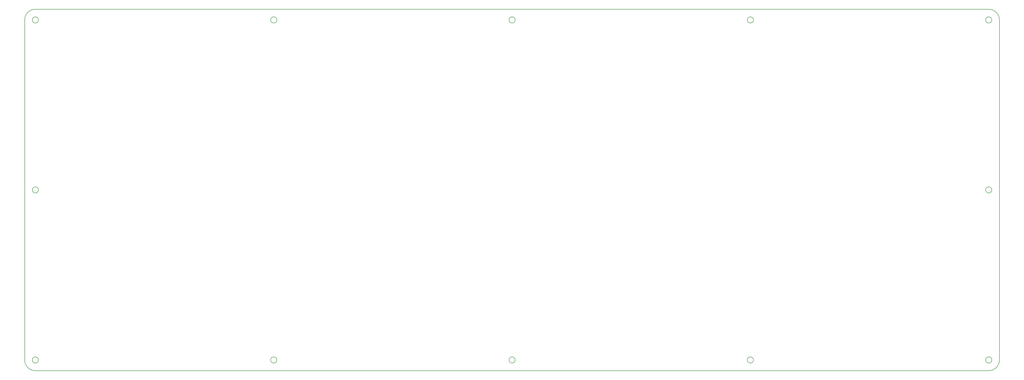
<source format=gm1>
G04 #@! TF.GenerationSoftware,KiCad,Pcbnew,(5.0.0)*
G04 #@! TF.CreationDate,2019-01-11T11:26:53-08:00*
G04 #@! TF.ProjectId,Celestine-SandwichCase-Bottom,43656C657374696E652D53616E647769,rev?*
G04 #@! TF.SameCoordinates,Original*
G04 #@! TF.FileFunction,Profile,NP*
%FSLAX46Y46*%
G04 Gerber Fmt 4.6, Leading zero omitted, Abs format (unit mm)*
G04 Created by KiCad (PCBNEW (5.0.0)) date 01/11/19 11:26:53*
%MOMM*%
%LPD*%
G01*
G04 APERTURE LIST*
G04 #@! TA.AperFunction,NonConductor*
%ADD10C,0.200000*%
G04 #@! TD*
G04 APERTURE END LIST*
D10*
G04 #@! TO.C,O1*
X22203425Y-148347700D02*
G75*
G03X22203425Y-148347700I-1150000J0D01*
G01*
X288950300Y-21285200D02*
G75*
G03X288950300Y-21285200I-1150000J0D01*
G01*
X377865925Y-84816450D02*
G75*
G03X377865925Y-84816450I-1150000J0D01*
G01*
X22203425Y-21285200D02*
G75*
G03X22203425Y-21285200I-1150000J0D01*
G01*
X288950300Y-148347700D02*
G75*
G03X288950300Y-148347700I-1150000J0D01*
G01*
X377865925Y-148347700D02*
G75*
G03X377865925Y-148347700I-1150000J0D01*
G01*
X22203425Y-84816450D02*
G75*
G03X22203425Y-84816450I-1150000J0D01*
G01*
X111119050Y-148347700D02*
G75*
G03X111119050Y-148347700I-1150000J0D01*
G01*
X200034675Y-21285200D02*
G75*
G03X200034675Y-21285200I-1150000J0D01*
G01*
X380715925Y-21285200D02*
X380715925Y-148347700D01*
X377865925Y-21285200D02*
G75*
G03X377865925Y-21285200I-1150000J0D01*
G01*
X376715925Y-17285200D02*
G75*
G02X380715925Y-21285200I0J-4000000D01*
G01*
X21053425Y-17285200D02*
X376715925Y-17285200D01*
X17053425Y-148347700D02*
X17053425Y-21285200D01*
X380715925Y-148347700D02*
G75*
G02X376715925Y-152347700I-4000000J0D01*
G01*
X111119050Y-21285200D02*
G75*
G03X111119050Y-21285200I-1150000J0D01*
G01*
X21053425Y-152347700D02*
G75*
G02X17053425Y-148347700I0J4000000D01*
G01*
X200034675Y-148347700D02*
G75*
G03X200034675Y-148347700I-1150000J0D01*
G01*
X376715925Y-152347700D02*
X21053425Y-152347700D01*
X17053425Y-21285200D02*
G75*
G02X21053425Y-17285200I4000000J0D01*
G01*
G04 #@! TD*
M02*

</source>
